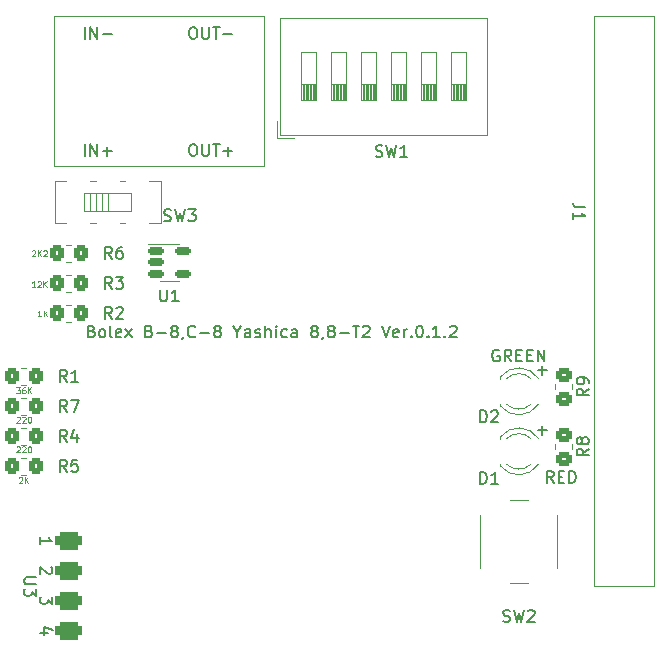
<source format=gbr>
%TF.GenerationSoftware,KiCad,Pcbnew,8.0.3*%
%TF.CreationDate,2024-06-19T13:29:18+09:00*%
%TF.ProjectId,yashica8_ver0.1.2,79617368-6963-4613-985f-766572302e31,rev?*%
%TF.SameCoordinates,Original*%
%TF.FileFunction,Legend,Top*%
%TF.FilePolarity,Positive*%
%FSLAX46Y46*%
G04 Gerber Fmt 4.6, Leading zero omitted, Abs format (unit mm)*
G04 Created by KiCad (PCBNEW 8.0.3) date 2024-06-19 13:29:18*
%MOMM*%
%LPD*%
G01*
G04 APERTURE LIST*
G04 Aperture macros list*
%AMRoundRect*
0 Rectangle with rounded corners*
0 $1 Rounding radius*
0 $2 $3 $4 $5 $6 $7 $8 $9 X,Y pos of 4 corners*
0 Add a 4 corners polygon primitive as box body*
4,1,4,$2,$3,$4,$5,$6,$7,$8,$9,$2,$3,0*
0 Add four circle primitives for the rounded corners*
1,1,$1+$1,$2,$3*
1,1,$1+$1,$4,$5*
1,1,$1+$1,$6,$7*
1,1,$1+$1,$8,$9*
0 Add four rect primitives between the rounded corners*
20,1,$1+$1,$2,$3,$4,$5,0*
20,1,$1+$1,$4,$5,$6,$7,0*
20,1,$1+$1,$6,$7,$8,$9,0*
20,1,$1+$1,$8,$9,$2,$3,0*%
G04 Aperture macros list end*
%ADD10C,0.050000*%
%ADD11C,0.150000*%
%ADD12C,0.120000*%
%ADD13R,1.800000X1.800000*%
%ADD14C,1.800000*%
%ADD15C,2.000000*%
%ADD16RoundRect,0.250000X-0.350000X-0.450000X0.350000X-0.450000X0.350000X0.450000X-0.350000X0.450000X0*%
%ADD17C,1.524000*%
%ADD18RoundRect,0.150000X-0.512500X-0.150000X0.512500X-0.150000X0.512500X0.150000X-0.512500X0.150000X0*%
%ADD19C,2.100000*%
%ADD20R,1.524000X1.524000*%
%ADD21RoundRect,0.250000X-0.450000X0.350000X-0.450000X-0.350000X0.450000X-0.350000X0.450000X0.350000X0*%
%ADD22R,1.600000X1.600000*%
%ADD23O,1.600000X1.600000*%
%ADD24RoundRect,0.381000X-0.762000X-0.381000X0.762000X-0.381000X0.762000X0.381000X-0.762000X0.381000X0*%
%ADD25RoundRect,0.381000X0.762000X0.381000X-0.762000X0.381000X-0.762000X-0.381000X0.762000X-0.381000X0*%
G04 APERTURE END LIST*
D10*
X-16495678Y23663791D02*
X-16186154Y23663791D01*
X-16186154Y23663791D02*
X-16352821Y23473315D01*
X-16352821Y23473315D02*
X-16281392Y23473315D01*
X-16281392Y23473315D02*
X-16233773Y23449505D01*
X-16233773Y23449505D02*
X-16209964Y23425696D01*
X-16209964Y23425696D02*
X-16186154Y23378077D01*
X-16186154Y23378077D02*
X-16186154Y23259029D01*
X-16186154Y23259029D02*
X-16209964Y23211410D01*
X-16209964Y23211410D02*
X-16233773Y23187600D01*
X-16233773Y23187600D02*
X-16281392Y23163791D01*
X-16281392Y23163791D02*
X-16424249Y23163791D01*
X-16424249Y23163791D02*
X-16471868Y23187600D01*
X-16471868Y23187600D02*
X-16495678Y23211410D01*
X-15757583Y23663791D02*
X-15852821Y23663791D01*
X-15852821Y23663791D02*
X-15900440Y23639981D01*
X-15900440Y23639981D02*
X-15924250Y23616172D01*
X-15924250Y23616172D02*
X-15971869Y23544743D01*
X-15971869Y23544743D02*
X-15995678Y23449505D01*
X-15995678Y23449505D02*
X-15995678Y23259029D01*
X-15995678Y23259029D02*
X-15971869Y23211410D01*
X-15971869Y23211410D02*
X-15948059Y23187600D01*
X-15948059Y23187600D02*
X-15900440Y23163791D01*
X-15900440Y23163791D02*
X-15805202Y23163791D01*
X-15805202Y23163791D02*
X-15757583Y23187600D01*
X-15757583Y23187600D02*
X-15733774Y23211410D01*
X-15733774Y23211410D02*
X-15709964Y23259029D01*
X-15709964Y23259029D02*
X-15709964Y23378077D01*
X-15709964Y23378077D02*
X-15733774Y23425696D01*
X-15733774Y23425696D02*
X-15757583Y23449505D01*
X-15757583Y23449505D02*
X-15805202Y23473315D01*
X-15805202Y23473315D02*
X-15900440Y23473315D01*
X-15900440Y23473315D02*
X-15948059Y23449505D01*
X-15948059Y23449505D02*
X-15971869Y23425696D01*
X-15971869Y23425696D02*
X-15995678Y23378077D01*
X-15495679Y23163791D02*
X-15495679Y23663791D01*
X-15209965Y23163791D02*
X-15424250Y23449505D01*
X-15209965Y23663791D02*
X-15495679Y23378077D01*
D11*
X27656779Y25101134D02*
X28418684Y25101134D01*
X28037731Y24720181D02*
X28037731Y25482086D01*
X-10109888Y28418991D02*
X-9967031Y28371372D01*
X-9967031Y28371372D02*
X-9919412Y28323753D01*
X-9919412Y28323753D02*
X-9871793Y28228515D01*
X-9871793Y28228515D02*
X-9871793Y28085658D01*
X-9871793Y28085658D02*
X-9919412Y27990420D01*
X-9919412Y27990420D02*
X-9967031Y27942800D01*
X-9967031Y27942800D02*
X-10062269Y27895181D01*
X-10062269Y27895181D02*
X-10443221Y27895181D01*
X-10443221Y27895181D02*
X-10443221Y28895181D01*
X-10443221Y28895181D02*
X-10109888Y28895181D01*
X-10109888Y28895181D02*
X-10014650Y28847562D01*
X-10014650Y28847562D02*
X-9967031Y28799943D01*
X-9967031Y28799943D02*
X-9919412Y28704705D01*
X-9919412Y28704705D02*
X-9919412Y28609467D01*
X-9919412Y28609467D02*
X-9967031Y28514229D01*
X-9967031Y28514229D02*
X-10014650Y28466610D01*
X-10014650Y28466610D02*
X-10109888Y28418991D01*
X-10109888Y28418991D02*
X-10443221Y28418991D01*
X-9300364Y27895181D02*
X-9395602Y27942800D01*
X-9395602Y27942800D02*
X-9443221Y27990420D01*
X-9443221Y27990420D02*
X-9490840Y28085658D01*
X-9490840Y28085658D02*
X-9490840Y28371372D01*
X-9490840Y28371372D02*
X-9443221Y28466610D01*
X-9443221Y28466610D02*
X-9395602Y28514229D01*
X-9395602Y28514229D02*
X-9300364Y28561848D01*
X-9300364Y28561848D02*
X-9157507Y28561848D01*
X-9157507Y28561848D02*
X-9062269Y28514229D01*
X-9062269Y28514229D02*
X-9014650Y28466610D01*
X-9014650Y28466610D02*
X-8967031Y28371372D01*
X-8967031Y28371372D02*
X-8967031Y28085658D01*
X-8967031Y28085658D02*
X-9014650Y27990420D01*
X-9014650Y27990420D02*
X-9062269Y27942800D01*
X-9062269Y27942800D02*
X-9157507Y27895181D01*
X-9157507Y27895181D02*
X-9300364Y27895181D01*
X-8395602Y27895181D02*
X-8490840Y27942800D01*
X-8490840Y27942800D02*
X-8538459Y28038039D01*
X-8538459Y28038039D02*
X-8538459Y28895181D01*
X-7633697Y27942800D02*
X-7728935Y27895181D01*
X-7728935Y27895181D02*
X-7919411Y27895181D01*
X-7919411Y27895181D02*
X-8014649Y27942800D01*
X-8014649Y27942800D02*
X-8062268Y28038039D01*
X-8062268Y28038039D02*
X-8062268Y28418991D01*
X-8062268Y28418991D02*
X-8014649Y28514229D01*
X-8014649Y28514229D02*
X-7919411Y28561848D01*
X-7919411Y28561848D02*
X-7728935Y28561848D01*
X-7728935Y28561848D02*
X-7633697Y28514229D01*
X-7633697Y28514229D02*
X-7586078Y28418991D01*
X-7586078Y28418991D02*
X-7586078Y28323753D01*
X-7586078Y28323753D02*
X-8062268Y28228515D01*
X-7252744Y27895181D02*
X-6728935Y28561848D01*
X-7252744Y28561848D02*
X-6728935Y27895181D01*
X-5252744Y28418991D02*
X-5109887Y28371372D01*
X-5109887Y28371372D02*
X-5062268Y28323753D01*
X-5062268Y28323753D02*
X-5014649Y28228515D01*
X-5014649Y28228515D02*
X-5014649Y28085658D01*
X-5014649Y28085658D02*
X-5062268Y27990420D01*
X-5062268Y27990420D02*
X-5109887Y27942800D01*
X-5109887Y27942800D02*
X-5205125Y27895181D01*
X-5205125Y27895181D02*
X-5586077Y27895181D01*
X-5586077Y27895181D02*
X-5586077Y28895181D01*
X-5586077Y28895181D02*
X-5252744Y28895181D01*
X-5252744Y28895181D02*
X-5157506Y28847562D01*
X-5157506Y28847562D02*
X-5109887Y28799943D01*
X-5109887Y28799943D02*
X-5062268Y28704705D01*
X-5062268Y28704705D02*
X-5062268Y28609467D01*
X-5062268Y28609467D02*
X-5109887Y28514229D01*
X-5109887Y28514229D02*
X-5157506Y28466610D01*
X-5157506Y28466610D02*
X-5252744Y28418991D01*
X-5252744Y28418991D02*
X-5586077Y28418991D01*
X-4586077Y28276134D02*
X-3824172Y28276134D01*
X-3205125Y28466610D02*
X-3300363Y28514229D01*
X-3300363Y28514229D02*
X-3347982Y28561848D01*
X-3347982Y28561848D02*
X-3395601Y28657086D01*
X-3395601Y28657086D02*
X-3395601Y28704705D01*
X-3395601Y28704705D02*
X-3347982Y28799943D01*
X-3347982Y28799943D02*
X-3300363Y28847562D01*
X-3300363Y28847562D02*
X-3205125Y28895181D01*
X-3205125Y28895181D02*
X-3014649Y28895181D01*
X-3014649Y28895181D02*
X-2919411Y28847562D01*
X-2919411Y28847562D02*
X-2871792Y28799943D01*
X-2871792Y28799943D02*
X-2824173Y28704705D01*
X-2824173Y28704705D02*
X-2824173Y28657086D01*
X-2824173Y28657086D02*
X-2871792Y28561848D01*
X-2871792Y28561848D02*
X-2919411Y28514229D01*
X-2919411Y28514229D02*
X-3014649Y28466610D01*
X-3014649Y28466610D02*
X-3205125Y28466610D01*
X-3205125Y28466610D02*
X-3300363Y28418991D01*
X-3300363Y28418991D02*
X-3347982Y28371372D01*
X-3347982Y28371372D02*
X-3395601Y28276134D01*
X-3395601Y28276134D02*
X-3395601Y28085658D01*
X-3395601Y28085658D02*
X-3347982Y27990420D01*
X-3347982Y27990420D02*
X-3300363Y27942800D01*
X-3300363Y27942800D02*
X-3205125Y27895181D01*
X-3205125Y27895181D02*
X-3014649Y27895181D01*
X-3014649Y27895181D02*
X-2919411Y27942800D01*
X-2919411Y27942800D02*
X-2871792Y27990420D01*
X-2871792Y27990420D02*
X-2824173Y28085658D01*
X-2824173Y28085658D02*
X-2824173Y28276134D01*
X-2824173Y28276134D02*
X-2871792Y28371372D01*
X-2871792Y28371372D02*
X-2919411Y28418991D01*
X-2919411Y28418991D02*
X-3014649Y28466610D01*
X-2347982Y27942800D02*
X-2347982Y27895181D01*
X-2347982Y27895181D02*
X-2395601Y27799943D01*
X-2395601Y27799943D02*
X-2443220Y27752324D01*
X-1347983Y27990420D02*
X-1395602Y27942800D01*
X-1395602Y27942800D02*
X-1538459Y27895181D01*
X-1538459Y27895181D02*
X-1633697Y27895181D01*
X-1633697Y27895181D02*
X-1776554Y27942800D01*
X-1776554Y27942800D02*
X-1871792Y28038039D01*
X-1871792Y28038039D02*
X-1919411Y28133277D01*
X-1919411Y28133277D02*
X-1967030Y28323753D01*
X-1967030Y28323753D02*
X-1967030Y28466610D01*
X-1967030Y28466610D02*
X-1919411Y28657086D01*
X-1919411Y28657086D02*
X-1871792Y28752324D01*
X-1871792Y28752324D02*
X-1776554Y28847562D01*
X-1776554Y28847562D02*
X-1633697Y28895181D01*
X-1633697Y28895181D02*
X-1538459Y28895181D01*
X-1538459Y28895181D02*
X-1395602Y28847562D01*
X-1395602Y28847562D02*
X-1347983Y28799943D01*
X-919411Y28276134D02*
X-157506Y28276134D01*
X461541Y28466610D02*
X366303Y28514229D01*
X366303Y28514229D02*
X318684Y28561848D01*
X318684Y28561848D02*
X271065Y28657086D01*
X271065Y28657086D02*
X271065Y28704705D01*
X271065Y28704705D02*
X318684Y28799943D01*
X318684Y28799943D02*
X366303Y28847562D01*
X366303Y28847562D02*
X461541Y28895181D01*
X461541Y28895181D02*
X652017Y28895181D01*
X652017Y28895181D02*
X747255Y28847562D01*
X747255Y28847562D02*
X794874Y28799943D01*
X794874Y28799943D02*
X842493Y28704705D01*
X842493Y28704705D02*
X842493Y28657086D01*
X842493Y28657086D02*
X794874Y28561848D01*
X794874Y28561848D02*
X747255Y28514229D01*
X747255Y28514229D02*
X652017Y28466610D01*
X652017Y28466610D02*
X461541Y28466610D01*
X461541Y28466610D02*
X366303Y28418991D01*
X366303Y28418991D02*
X318684Y28371372D01*
X318684Y28371372D02*
X271065Y28276134D01*
X271065Y28276134D02*
X271065Y28085658D01*
X271065Y28085658D02*
X318684Y27990420D01*
X318684Y27990420D02*
X366303Y27942800D01*
X366303Y27942800D02*
X461541Y27895181D01*
X461541Y27895181D02*
X652017Y27895181D01*
X652017Y27895181D02*
X747255Y27942800D01*
X747255Y27942800D02*
X794874Y27990420D01*
X794874Y27990420D02*
X842493Y28085658D01*
X842493Y28085658D02*
X842493Y28276134D01*
X842493Y28276134D02*
X794874Y28371372D01*
X794874Y28371372D02*
X747255Y28418991D01*
X747255Y28418991D02*
X652017Y28466610D01*
X2223446Y28371372D02*
X2223446Y27895181D01*
X1890113Y28895181D02*
X2223446Y28371372D01*
X2223446Y28371372D02*
X2556779Y28895181D01*
X3318684Y27895181D02*
X3318684Y28418991D01*
X3318684Y28418991D02*
X3271065Y28514229D01*
X3271065Y28514229D02*
X3175827Y28561848D01*
X3175827Y28561848D02*
X2985351Y28561848D01*
X2985351Y28561848D02*
X2890113Y28514229D01*
X3318684Y27942800D02*
X3223446Y27895181D01*
X3223446Y27895181D02*
X2985351Y27895181D01*
X2985351Y27895181D02*
X2890113Y27942800D01*
X2890113Y27942800D02*
X2842494Y28038039D01*
X2842494Y28038039D02*
X2842494Y28133277D01*
X2842494Y28133277D02*
X2890113Y28228515D01*
X2890113Y28228515D02*
X2985351Y28276134D01*
X2985351Y28276134D02*
X3223446Y28276134D01*
X3223446Y28276134D02*
X3318684Y28323753D01*
X3747256Y27942800D02*
X3842494Y27895181D01*
X3842494Y27895181D02*
X4032970Y27895181D01*
X4032970Y27895181D02*
X4128208Y27942800D01*
X4128208Y27942800D02*
X4175827Y28038039D01*
X4175827Y28038039D02*
X4175827Y28085658D01*
X4175827Y28085658D02*
X4128208Y28180896D01*
X4128208Y28180896D02*
X4032970Y28228515D01*
X4032970Y28228515D02*
X3890113Y28228515D01*
X3890113Y28228515D02*
X3794875Y28276134D01*
X3794875Y28276134D02*
X3747256Y28371372D01*
X3747256Y28371372D02*
X3747256Y28418991D01*
X3747256Y28418991D02*
X3794875Y28514229D01*
X3794875Y28514229D02*
X3890113Y28561848D01*
X3890113Y28561848D02*
X4032970Y28561848D01*
X4032970Y28561848D02*
X4128208Y28514229D01*
X4604399Y27895181D02*
X4604399Y28895181D01*
X5032970Y27895181D02*
X5032970Y28418991D01*
X5032970Y28418991D02*
X4985351Y28514229D01*
X4985351Y28514229D02*
X4890113Y28561848D01*
X4890113Y28561848D02*
X4747256Y28561848D01*
X4747256Y28561848D02*
X4652018Y28514229D01*
X4652018Y28514229D02*
X4604399Y28466610D01*
X5509161Y27895181D02*
X5509161Y28561848D01*
X5509161Y28895181D02*
X5461542Y28847562D01*
X5461542Y28847562D02*
X5509161Y28799943D01*
X5509161Y28799943D02*
X5556780Y28847562D01*
X5556780Y28847562D02*
X5509161Y28895181D01*
X5509161Y28895181D02*
X5509161Y28799943D01*
X6413922Y27942800D02*
X6318684Y27895181D01*
X6318684Y27895181D02*
X6128208Y27895181D01*
X6128208Y27895181D02*
X6032970Y27942800D01*
X6032970Y27942800D02*
X5985351Y27990420D01*
X5985351Y27990420D02*
X5937732Y28085658D01*
X5937732Y28085658D02*
X5937732Y28371372D01*
X5937732Y28371372D02*
X5985351Y28466610D01*
X5985351Y28466610D02*
X6032970Y28514229D01*
X6032970Y28514229D02*
X6128208Y28561848D01*
X6128208Y28561848D02*
X6318684Y28561848D01*
X6318684Y28561848D02*
X6413922Y28514229D01*
X7271065Y27895181D02*
X7271065Y28418991D01*
X7271065Y28418991D02*
X7223446Y28514229D01*
X7223446Y28514229D02*
X7128208Y28561848D01*
X7128208Y28561848D02*
X6937732Y28561848D01*
X6937732Y28561848D02*
X6842494Y28514229D01*
X7271065Y27942800D02*
X7175827Y27895181D01*
X7175827Y27895181D02*
X6937732Y27895181D01*
X6937732Y27895181D02*
X6842494Y27942800D01*
X6842494Y27942800D02*
X6794875Y28038039D01*
X6794875Y28038039D02*
X6794875Y28133277D01*
X6794875Y28133277D02*
X6842494Y28228515D01*
X6842494Y28228515D02*
X6937732Y28276134D01*
X6937732Y28276134D02*
X7175827Y28276134D01*
X7175827Y28276134D02*
X7271065Y28323753D01*
X8652018Y28466610D02*
X8556780Y28514229D01*
X8556780Y28514229D02*
X8509161Y28561848D01*
X8509161Y28561848D02*
X8461542Y28657086D01*
X8461542Y28657086D02*
X8461542Y28704705D01*
X8461542Y28704705D02*
X8509161Y28799943D01*
X8509161Y28799943D02*
X8556780Y28847562D01*
X8556780Y28847562D02*
X8652018Y28895181D01*
X8652018Y28895181D02*
X8842494Y28895181D01*
X8842494Y28895181D02*
X8937732Y28847562D01*
X8937732Y28847562D02*
X8985351Y28799943D01*
X8985351Y28799943D02*
X9032970Y28704705D01*
X9032970Y28704705D02*
X9032970Y28657086D01*
X9032970Y28657086D02*
X8985351Y28561848D01*
X8985351Y28561848D02*
X8937732Y28514229D01*
X8937732Y28514229D02*
X8842494Y28466610D01*
X8842494Y28466610D02*
X8652018Y28466610D01*
X8652018Y28466610D02*
X8556780Y28418991D01*
X8556780Y28418991D02*
X8509161Y28371372D01*
X8509161Y28371372D02*
X8461542Y28276134D01*
X8461542Y28276134D02*
X8461542Y28085658D01*
X8461542Y28085658D02*
X8509161Y27990420D01*
X8509161Y27990420D02*
X8556780Y27942800D01*
X8556780Y27942800D02*
X8652018Y27895181D01*
X8652018Y27895181D02*
X8842494Y27895181D01*
X8842494Y27895181D02*
X8937732Y27942800D01*
X8937732Y27942800D02*
X8985351Y27990420D01*
X8985351Y27990420D02*
X9032970Y28085658D01*
X9032970Y28085658D02*
X9032970Y28276134D01*
X9032970Y28276134D02*
X8985351Y28371372D01*
X8985351Y28371372D02*
X8937732Y28418991D01*
X8937732Y28418991D02*
X8842494Y28466610D01*
X9509161Y27942800D02*
X9509161Y27895181D01*
X9509161Y27895181D02*
X9461542Y27799943D01*
X9461542Y27799943D02*
X9413923Y27752324D01*
X10080589Y28466610D02*
X9985351Y28514229D01*
X9985351Y28514229D02*
X9937732Y28561848D01*
X9937732Y28561848D02*
X9890113Y28657086D01*
X9890113Y28657086D02*
X9890113Y28704705D01*
X9890113Y28704705D02*
X9937732Y28799943D01*
X9937732Y28799943D02*
X9985351Y28847562D01*
X9985351Y28847562D02*
X10080589Y28895181D01*
X10080589Y28895181D02*
X10271065Y28895181D01*
X10271065Y28895181D02*
X10366303Y28847562D01*
X10366303Y28847562D02*
X10413922Y28799943D01*
X10413922Y28799943D02*
X10461541Y28704705D01*
X10461541Y28704705D02*
X10461541Y28657086D01*
X10461541Y28657086D02*
X10413922Y28561848D01*
X10413922Y28561848D02*
X10366303Y28514229D01*
X10366303Y28514229D02*
X10271065Y28466610D01*
X10271065Y28466610D02*
X10080589Y28466610D01*
X10080589Y28466610D02*
X9985351Y28418991D01*
X9985351Y28418991D02*
X9937732Y28371372D01*
X9937732Y28371372D02*
X9890113Y28276134D01*
X9890113Y28276134D02*
X9890113Y28085658D01*
X9890113Y28085658D02*
X9937732Y27990420D01*
X9937732Y27990420D02*
X9985351Y27942800D01*
X9985351Y27942800D02*
X10080589Y27895181D01*
X10080589Y27895181D02*
X10271065Y27895181D01*
X10271065Y27895181D02*
X10366303Y27942800D01*
X10366303Y27942800D02*
X10413922Y27990420D01*
X10413922Y27990420D02*
X10461541Y28085658D01*
X10461541Y28085658D02*
X10461541Y28276134D01*
X10461541Y28276134D02*
X10413922Y28371372D01*
X10413922Y28371372D02*
X10366303Y28418991D01*
X10366303Y28418991D02*
X10271065Y28466610D01*
X10890113Y28276134D02*
X11652018Y28276134D01*
X11985351Y28895181D02*
X12556779Y28895181D01*
X12271065Y27895181D02*
X12271065Y28895181D01*
X12842494Y28799943D02*
X12890113Y28847562D01*
X12890113Y28847562D02*
X12985351Y28895181D01*
X12985351Y28895181D02*
X13223446Y28895181D01*
X13223446Y28895181D02*
X13318684Y28847562D01*
X13318684Y28847562D02*
X13366303Y28799943D01*
X13366303Y28799943D02*
X13413922Y28704705D01*
X13413922Y28704705D02*
X13413922Y28609467D01*
X13413922Y28609467D02*
X13366303Y28466610D01*
X13366303Y28466610D02*
X12794875Y27895181D01*
X12794875Y27895181D02*
X13413922Y27895181D01*
X14461542Y28895181D02*
X14794875Y27895181D01*
X14794875Y27895181D02*
X15128208Y28895181D01*
X15842494Y27942800D02*
X15747256Y27895181D01*
X15747256Y27895181D02*
X15556780Y27895181D01*
X15556780Y27895181D02*
X15461542Y27942800D01*
X15461542Y27942800D02*
X15413923Y28038039D01*
X15413923Y28038039D02*
X15413923Y28418991D01*
X15413923Y28418991D02*
X15461542Y28514229D01*
X15461542Y28514229D02*
X15556780Y28561848D01*
X15556780Y28561848D02*
X15747256Y28561848D01*
X15747256Y28561848D02*
X15842494Y28514229D01*
X15842494Y28514229D02*
X15890113Y28418991D01*
X15890113Y28418991D02*
X15890113Y28323753D01*
X15890113Y28323753D02*
X15413923Y28228515D01*
X16318685Y27895181D02*
X16318685Y28561848D01*
X16318685Y28371372D02*
X16366304Y28466610D01*
X16366304Y28466610D02*
X16413923Y28514229D01*
X16413923Y28514229D02*
X16509161Y28561848D01*
X16509161Y28561848D02*
X16604399Y28561848D01*
X16937733Y27990420D02*
X16985352Y27942800D01*
X16985352Y27942800D02*
X16937733Y27895181D01*
X16937733Y27895181D02*
X16890114Y27942800D01*
X16890114Y27942800D02*
X16937733Y27990420D01*
X16937733Y27990420D02*
X16937733Y27895181D01*
X17604399Y28895181D02*
X17699637Y28895181D01*
X17699637Y28895181D02*
X17794875Y28847562D01*
X17794875Y28847562D02*
X17842494Y28799943D01*
X17842494Y28799943D02*
X17890113Y28704705D01*
X17890113Y28704705D02*
X17937732Y28514229D01*
X17937732Y28514229D02*
X17937732Y28276134D01*
X17937732Y28276134D02*
X17890113Y28085658D01*
X17890113Y28085658D02*
X17842494Y27990420D01*
X17842494Y27990420D02*
X17794875Y27942800D01*
X17794875Y27942800D02*
X17699637Y27895181D01*
X17699637Y27895181D02*
X17604399Y27895181D01*
X17604399Y27895181D02*
X17509161Y27942800D01*
X17509161Y27942800D02*
X17461542Y27990420D01*
X17461542Y27990420D02*
X17413923Y28085658D01*
X17413923Y28085658D02*
X17366304Y28276134D01*
X17366304Y28276134D02*
X17366304Y28514229D01*
X17366304Y28514229D02*
X17413923Y28704705D01*
X17413923Y28704705D02*
X17461542Y28799943D01*
X17461542Y28799943D02*
X17509161Y28847562D01*
X17509161Y28847562D02*
X17604399Y28895181D01*
X18366304Y27990420D02*
X18413923Y27942800D01*
X18413923Y27942800D02*
X18366304Y27895181D01*
X18366304Y27895181D02*
X18318685Y27942800D01*
X18318685Y27942800D02*
X18366304Y27990420D01*
X18366304Y27990420D02*
X18366304Y27895181D01*
X19366303Y27895181D02*
X18794875Y27895181D01*
X19080589Y27895181D02*
X19080589Y28895181D01*
X19080589Y28895181D02*
X18985351Y28752324D01*
X18985351Y28752324D02*
X18890113Y28657086D01*
X18890113Y28657086D02*
X18794875Y28609467D01*
X19794875Y27990420D02*
X19842494Y27942800D01*
X19842494Y27942800D02*
X19794875Y27895181D01*
X19794875Y27895181D02*
X19747256Y27942800D01*
X19747256Y27942800D02*
X19794875Y27990420D01*
X19794875Y27990420D02*
X19794875Y27895181D01*
X20223446Y28799943D02*
X20271065Y28847562D01*
X20271065Y28847562D02*
X20366303Y28895181D01*
X20366303Y28895181D02*
X20604398Y28895181D01*
X20604398Y28895181D02*
X20699636Y28847562D01*
X20699636Y28847562D02*
X20747255Y28799943D01*
X20747255Y28799943D02*
X20794874Y28704705D01*
X20794874Y28704705D02*
X20794874Y28609467D01*
X20794874Y28609467D02*
X20747255Y28466610D01*
X20747255Y28466610D02*
X20175827Y27895181D01*
X20175827Y27895181D02*
X20794874Y27895181D01*
D10*
X-16471868Y18616172D02*
X-16448059Y18639981D01*
X-16448059Y18639981D02*
X-16400440Y18663791D01*
X-16400440Y18663791D02*
X-16281392Y18663791D01*
X-16281392Y18663791D02*
X-16233773Y18639981D01*
X-16233773Y18639981D02*
X-16209964Y18616172D01*
X-16209964Y18616172D02*
X-16186154Y18568553D01*
X-16186154Y18568553D02*
X-16186154Y18520934D01*
X-16186154Y18520934D02*
X-16209964Y18449505D01*
X-16209964Y18449505D02*
X-16495678Y18163791D01*
X-16495678Y18163791D02*
X-16186154Y18163791D01*
X-15995678Y18616172D02*
X-15971869Y18639981D01*
X-15971869Y18639981D02*
X-15924250Y18663791D01*
X-15924250Y18663791D02*
X-15805202Y18663791D01*
X-15805202Y18663791D02*
X-15757583Y18639981D01*
X-15757583Y18639981D02*
X-15733774Y18616172D01*
X-15733774Y18616172D02*
X-15709964Y18568553D01*
X-15709964Y18568553D02*
X-15709964Y18520934D01*
X-15709964Y18520934D02*
X-15733774Y18449505D01*
X-15733774Y18449505D02*
X-16019488Y18163791D01*
X-16019488Y18163791D02*
X-15709964Y18163791D01*
X-15400441Y18663791D02*
X-15352822Y18663791D01*
X-15352822Y18663791D02*
X-15305203Y18639981D01*
X-15305203Y18639981D02*
X-15281393Y18616172D01*
X-15281393Y18616172D02*
X-15257584Y18568553D01*
X-15257584Y18568553D02*
X-15233774Y18473315D01*
X-15233774Y18473315D02*
X-15233774Y18354267D01*
X-15233774Y18354267D02*
X-15257584Y18259029D01*
X-15257584Y18259029D02*
X-15281393Y18211410D01*
X-15281393Y18211410D02*
X-15305203Y18187600D01*
X-15305203Y18187600D02*
X-15352822Y18163791D01*
X-15352822Y18163791D02*
X-15400441Y18163791D01*
X-15400441Y18163791D02*
X-15448060Y18187600D01*
X-15448060Y18187600D02*
X-15471869Y18211410D01*
X-15471869Y18211410D02*
X-15495679Y18259029D01*
X-15495679Y18259029D02*
X-15519488Y18354267D01*
X-15519488Y18354267D02*
X-15519488Y18473315D01*
X-15519488Y18473315D02*
X-15495679Y18568553D01*
X-15495679Y18568553D02*
X-15471869Y18616172D01*
X-15471869Y18616172D02*
X-15448060Y18639981D01*
X-15448060Y18639981D02*
X-15400441Y18663791D01*
D11*
X27656779Y20021134D02*
X28418684Y20021134D01*
X28037731Y19640181D02*
X28037731Y20402086D01*
D10*
X-15171868Y35216172D02*
X-15148059Y35239981D01*
X-15148059Y35239981D02*
X-15100440Y35263791D01*
X-15100440Y35263791D02*
X-14981392Y35263791D01*
X-14981392Y35263791D02*
X-14933773Y35239981D01*
X-14933773Y35239981D02*
X-14909964Y35216172D01*
X-14909964Y35216172D02*
X-14886154Y35168553D01*
X-14886154Y35168553D02*
X-14886154Y35120934D01*
X-14886154Y35120934D02*
X-14909964Y35049505D01*
X-14909964Y35049505D02*
X-15195678Y34763791D01*
X-15195678Y34763791D02*
X-14886154Y34763791D01*
X-14671869Y34763791D02*
X-14671869Y35263791D01*
X-14386155Y34763791D02*
X-14600440Y35049505D01*
X-14386155Y35263791D02*
X-14671869Y34978077D01*
X-14195678Y35216172D02*
X-14171869Y35239981D01*
X-14171869Y35239981D02*
X-14124250Y35263791D01*
X-14124250Y35263791D02*
X-14005202Y35263791D01*
X-14005202Y35263791D02*
X-13957583Y35239981D01*
X-13957583Y35239981D02*
X-13933774Y35216172D01*
X-13933774Y35216172D02*
X-13909964Y35168553D01*
X-13909964Y35168553D02*
X-13909964Y35120934D01*
X-13909964Y35120934D02*
X-13933774Y35049505D01*
X-13933774Y35049505D02*
X-14219488Y34763791D01*
X-14219488Y34763791D02*
X-13909964Y34763791D01*
D11*
X28990207Y15576181D02*
X28656874Y16052372D01*
X28418779Y15576181D02*
X28418779Y16576181D01*
X28418779Y16576181D02*
X28799731Y16576181D01*
X28799731Y16576181D02*
X28894969Y16528562D01*
X28894969Y16528562D02*
X28942588Y16480943D01*
X28942588Y16480943D02*
X28990207Y16385705D01*
X28990207Y16385705D02*
X28990207Y16242848D01*
X28990207Y16242848D02*
X28942588Y16147610D01*
X28942588Y16147610D02*
X28894969Y16099991D01*
X28894969Y16099991D02*
X28799731Y16052372D01*
X28799731Y16052372D02*
X28418779Y16052372D01*
X29418779Y16099991D02*
X29752112Y16099991D01*
X29894969Y15576181D02*
X29418779Y15576181D01*
X29418779Y15576181D02*
X29418779Y16576181D01*
X29418779Y16576181D02*
X29894969Y16576181D01*
X30323541Y15576181D02*
X30323541Y16576181D01*
X30323541Y16576181D02*
X30561636Y16576181D01*
X30561636Y16576181D02*
X30704493Y16528562D01*
X30704493Y16528562D02*
X30799731Y16433324D01*
X30799731Y16433324D02*
X30847350Y16338086D01*
X30847350Y16338086D02*
X30894969Y16147610D01*
X30894969Y16147610D02*
X30894969Y16004753D01*
X30894969Y16004753D02*
X30847350Y15814277D01*
X30847350Y15814277D02*
X30799731Y15719039D01*
X30799731Y15719039D02*
X30704493Y15623800D01*
X30704493Y15623800D02*
X30561636Y15576181D01*
X30561636Y15576181D02*
X30323541Y15576181D01*
X24370588Y26815562D02*
X24275350Y26863181D01*
X24275350Y26863181D02*
X24132493Y26863181D01*
X24132493Y26863181D02*
X23989636Y26815562D01*
X23989636Y26815562D02*
X23894398Y26720324D01*
X23894398Y26720324D02*
X23846779Y26625086D01*
X23846779Y26625086D02*
X23799160Y26434610D01*
X23799160Y26434610D02*
X23799160Y26291753D01*
X23799160Y26291753D02*
X23846779Y26101277D01*
X23846779Y26101277D02*
X23894398Y26006039D01*
X23894398Y26006039D02*
X23989636Y25910800D01*
X23989636Y25910800D02*
X24132493Y25863181D01*
X24132493Y25863181D02*
X24227731Y25863181D01*
X24227731Y25863181D02*
X24370588Y25910800D01*
X24370588Y25910800D02*
X24418207Y25958420D01*
X24418207Y25958420D02*
X24418207Y26291753D01*
X24418207Y26291753D02*
X24227731Y26291753D01*
X25418207Y25863181D02*
X25084874Y26339372D01*
X24846779Y25863181D02*
X24846779Y26863181D01*
X24846779Y26863181D02*
X25227731Y26863181D01*
X25227731Y26863181D02*
X25322969Y26815562D01*
X25322969Y26815562D02*
X25370588Y26767943D01*
X25370588Y26767943D02*
X25418207Y26672705D01*
X25418207Y26672705D02*
X25418207Y26529848D01*
X25418207Y26529848D02*
X25370588Y26434610D01*
X25370588Y26434610D02*
X25322969Y26386991D01*
X25322969Y26386991D02*
X25227731Y26339372D01*
X25227731Y26339372D02*
X24846779Y26339372D01*
X25846779Y26386991D02*
X26180112Y26386991D01*
X26322969Y25863181D02*
X25846779Y25863181D01*
X25846779Y25863181D02*
X25846779Y26863181D01*
X25846779Y26863181D02*
X26322969Y26863181D01*
X26751541Y26386991D02*
X27084874Y26386991D01*
X27227731Y25863181D02*
X26751541Y25863181D01*
X26751541Y25863181D02*
X26751541Y26863181D01*
X26751541Y26863181D02*
X27227731Y26863181D01*
X27656303Y25863181D02*
X27656303Y26863181D01*
X27656303Y26863181D02*
X28227731Y25863181D01*
X28227731Y25863181D02*
X28227731Y26863181D01*
D10*
X-14886154Y32163791D02*
X-15171868Y32163791D01*
X-15029011Y32163791D02*
X-15029011Y32663791D01*
X-15029011Y32663791D02*
X-15076630Y32592362D01*
X-15076630Y32592362D02*
X-15124249Y32544743D01*
X-15124249Y32544743D02*
X-15171868Y32520934D01*
X-14695678Y32616172D02*
X-14671869Y32639981D01*
X-14671869Y32639981D02*
X-14624250Y32663791D01*
X-14624250Y32663791D02*
X-14505202Y32663791D01*
X-14505202Y32663791D02*
X-14457583Y32639981D01*
X-14457583Y32639981D02*
X-14433774Y32616172D01*
X-14433774Y32616172D02*
X-14409964Y32568553D01*
X-14409964Y32568553D02*
X-14409964Y32520934D01*
X-14409964Y32520934D02*
X-14433774Y32449505D01*
X-14433774Y32449505D02*
X-14719488Y32163791D01*
X-14719488Y32163791D02*
X-14409964Y32163791D01*
X-14195679Y32163791D02*
X-14195679Y32663791D01*
X-13909965Y32163791D02*
X-14124250Y32449505D01*
X-13909965Y32663791D02*
X-14195679Y32378077D01*
X-16271868Y16016172D02*
X-16248059Y16039981D01*
X-16248059Y16039981D02*
X-16200440Y16063791D01*
X-16200440Y16063791D02*
X-16081392Y16063791D01*
X-16081392Y16063791D02*
X-16033773Y16039981D01*
X-16033773Y16039981D02*
X-16009964Y16016172D01*
X-16009964Y16016172D02*
X-15986154Y15968553D01*
X-15986154Y15968553D02*
X-15986154Y15920934D01*
X-15986154Y15920934D02*
X-16009964Y15849505D01*
X-16009964Y15849505D02*
X-16295678Y15563791D01*
X-16295678Y15563791D02*
X-15986154Y15563791D01*
X-15771869Y15563791D02*
X-15771869Y16063791D01*
X-15486155Y15563791D02*
X-15700440Y15849505D01*
X-15486155Y16063791D02*
X-15771869Y15778077D01*
X-14386154Y29663791D02*
X-14671868Y29663791D01*
X-14529011Y29663791D02*
X-14529011Y30163791D01*
X-14529011Y30163791D02*
X-14576630Y30092362D01*
X-14576630Y30092362D02*
X-14624249Y30044743D01*
X-14624249Y30044743D02*
X-14671868Y30020934D01*
X-14171869Y29663791D02*
X-14171869Y30163791D01*
X-13886155Y29663791D02*
X-14100440Y29949505D01*
X-13886155Y30163791D02*
X-14171869Y29878077D01*
X-16471868Y21116172D02*
X-16448059Y21139981D01*
X-16448059Y21139981D02*
X-16400440Y21163791D01*
X-16400440Y21163791D02*
X-16281392Y21163791D01*
X-16281392Y21163791D02*
X-16233773Y21139981D01*
X-16233773Y21139981D02*
X-16209964Y21116172D01*
X-16209964Y21116172D02*
X-16186154Y21068553D01*
X-16186154Y21068553D02*
X-16186154Y21020934D01*
X-16186154Y21020934D02*
X-16209964Y20949505D01*
X-16209964Y20949505D02*
X-16495678Y20663791D01*
X-16495678Y20663791D02*
X-16186154Y20663791D01*
X-15995678Y21116172D02*
X-15971869Y21139981D01*
X-15971869Y21139981D02*
X-15924250Y21163791D01*
X-15924250Y21163791D02*
X-15805202Y21163791D01*
X-15805202Y21163791D02*
X-15757583Y21139981D01*
X-15757583Y21139981D02*
X-15733774Y21116172D01*
X-15733774Y21116172D02*
X-15709964Y21068553D01*
X-15709964Y21068553D02*
X-15709964Y21020934D01*
X-15709964Y21020934D02*
X-15733774Y20949505D01*
X-15733774Y20949505D02*
X-16019488Y20663791D01*
X-16019488Y20663791D02*
X-15709964Y20663791D01*
X-15400441Y21163791D02*
X-15352822Y21163791D01*
X-15352822Y21163791D02*
X-15305203Y21139981D01*
X-15305203Y21139981D02*
X-15281393Y21116172D01*
X-15281393Y21116172D02*
X-15257584Y21068553D01*
X-15257584Y21068553D02*
X-15233774Y20973315D01*
X-15233774Y20973315D02*
X-15233774Y20854267D01*
X-15233774Y20854267D02*
X-15257584Y20759029D01*
X-15257584Y20759029D02*
X-15281393Y20711410D01*
X-15281393Y20711410D02*
X-15305203Y20687600D01*
X-15305203Y20687600D02*
X-15352822Y20663791D01*
X-15352822Y20663791D02*
X-15400441Y20663791D01*
X-15400441Y20663791D02*
X-15448060Y20687600D01*
X-15448060Y20687600D02*
X-15471869Y20711410D01*
X-15471869Y20711410D02*
X-15495679Y20759029D01*
X-15495679Y20759029D02*
X-15519488Y20854267D01*
X-15519488Y20854267D02*
X-15519488Y20973315D01*
X-15519488Y20973315D02*
X-15495679Y21068553D01*
X-15495679Y21068553D02*
X-15471869Y21116172D01*
X-15471869Y21116172D02*
X-15448060Y21139981D01*
X-15448060Y21139981D02*
X-15400441Y21163791D01*
D11*
X22771905Y20706181D02*
X22771905Y21706181D01*
X22771905Y21706181D02*
X23010000Y21706181D01*
X23010000Y21706181D02*
X23152857Y21658562D01*
X23152857Y21658562D02*
X23248095Y21563324D01*
X23248095Y21563324D02*
X23295714Y21468086D01*
X23295714Y21468086D02*
X23343333Y21277610D01*
X23343333Y21277610D02*
X23343333Y21134753D01*
X23343333Y21134753D02*
X23295714Y20944277D01*
X23295714Y20944277D02*
X23248095Y20849039D01*
X23248095Y20849039D02*
X23152857Y20753800D01*
X23152857Y20753800D02*
X23010000Y20706181D01*
X23010000Y20706181D02*
X22771905Y20706181D01*
X23724286Y21610943D02*
X23771905Y21658562D01*
X23771905Y21658562D02*
X23867143Y21706181D01*
X23867143Y21706181D02*
X24105238Y21706181D01*
X24105238Y21706181D02*
X24200476Y21658562D01*
X24200476Y21658562D02*
X24248095Y21610943D01*
X24248095Y21610943D02*
X24295714Y21515705D01*
X24295714Y21515705D02*
X24295714Y21420467D01*
X24295714Y21420467D02*
X24248095Y21277610D01*
X24248095Y21277610D02*
X23676667Y20706181D01*
X23676667Y20706181D02*
X24295714Y20706181D01*
X24716667Y3862800D02*
X24859524Y3815181D01*
X24859524Y3815181D02*
X25097619Y3815181D01*
X25097619Y3815181D02*
X25192857Y3862800D01*
X25192857Y3862800D02*
X25240476Y3910420D01*
X25240476Y3910420D02*
X25288095Y4005658D01*
X25288095Y4005658D02*
X25288095Y4100896D01*
X25288095Y4100896D02*
X25240476Y4196134D01*
X25240476Y4196134D02*
X25192857Y4243753D01*
X25192857Y4243753D02*
X25097619Y4291372D01*
X25097619Y4291372D02*
X24907143Y4338991D01*
X24907143Y4338991D02*
X24811905Y4386610D01*
X24811905Y4386610D02*
X24764286Y4434229D01*
X24764286Y4434229D02*
X24716667Y4529467D01*
X24716667Y4529467D02*
X24716667Y4624705D01*
X24716667Y4624705D02*
X24764286Y4719943D01*
X24764286Y4719943D02*
X24811905Y4767562D01*
X24811905Y4767562D02*
X24907143Y4815181D01*
X24907143Y4815181D02*
X25145238Y4815181D01*
X25145238Y4815181D02*
X25288095Y4767562D01*
X25621429Y4815181D02*
X25859524Y3815181D01*
X25859524Y3815181D02*
X26050000Y4529467D01*
X26050000Y4529467D02*
X26240476Y3815181D01*
X26240476Y3815181D02*
X26478572Y4815181D01*
X26811905Y4719943D02*
X26859524Y4767562D01*
X26859524Y4767562D02*
X26954762Y4815181D01*
X26954762Y4815181D02*
X27192857Y4815181D01*
X27192857Y4815181D02*
X27288095Y4767562D01*
X27288095Y4767562D02*
X27335714Y4719943D01*
X27335714Y4719943D02*
X27383333Y4624705D01*
X27383333Y4624705D02*
X27383333Y4529467D01*
X27383333Y4529467D02*
X27335714Y4386610D01*
X27335714Y4386610D02*
X26764286Y3815181D01*
X26764286Y3815181D02*
X27383333Y3815181D01*
X-12216667Y16515181D02*
X-12550000Y16991372D01*
X-12788095Y16515181D02*
X-12788095Y17515181D01*
X-12788095Y17515181D02*
X-12407143Y17515181D01*
X-12407143Y17515181D02*
X-12311905Y17467562D01*
X-12311905Y17467562D02*
X-12264286Y17419943D01*
X-12264286Y17419943D02*
X-12216667Y17324705D01*
X-12216667Y17324705D02*
X-12216667Y17181848D01*
X-12216667Y17181848D02*
X-12264286Y17086610D01*
X-12264286Y17086610D02*
X-12311905Y17038991D01*
X-12311905Y17038991D02*
X-12407143Y16991372D01*
X-12407143Y16991372D02*
X-12788095Y16991372D01*
X-11311905Y17515181D02*
X-11788095Y17515181D01*
X-11788095Y17515181D02*
X-11835714Y17038991D01*
X-11835714Y17038991D02*
X-11788095Y17086610D01*
X-11788095Y17086610D02*
X-11692857Y17134229D01*
X-11692857Y17134229D02*
X-11454762Y17134229D01*
X-11454762Y17134229D02*
X-11359524Y17086610D01*
X-11359524Y17086610D02*
X-11311905Y17038991D01*
X-11311905Y17038991D02*
X-11264286Y16943753D01*
X-11264286Y16943753D02*
X-11264286Y16705658D01*
X-11264286Y16705658D02*
X-11311905Y16610420D01*
X-11311905Y16610420D02*
X-11359524Y16562800D01*
X-11359524Y16562800D02*
X-11454762Y16515181D01*
X-11454762Y16515181D02*
X-11692857Y16515181D01*
X-11692857Y16515181D02*
X-11788095Y16562800D01*
X-11788095Y16562800D02*
X-11835714Y16610420D01*
X-12216667Y21595181D02*
X-12550000Y22071372D01*
X-12788095Y21595181D02*
X-12788095Y22595181D01*
X-12788095Y22595181D02*
X-12407143Y22595181D01*
X-12407143Y22595181D02*
X-12311905Y22547562D01*
X-12311905Y22547562D02*
X-12264286Y22499943D01*
X-12264286Y22499943D02*
X-12216667Y22404705D01*
X-12216667Y22404705D02*
X-12216667Y22261848D01*
X-12216667Y22261848D02*
X-12264286Y22166610D01*
X-12264286Y22166610D02*
X-12311905Y22118991D01*
X-12311905Y22118991D02*
X-12407143Y22071372D01*
X-12407143Y22071372D02*
X-12788095Y22071372D01*
X-11883333Y22595181D02*
X-11216667Y22595181D01*
X-11216667Y22595181D02*
X-11645238Y21595181D01*
X-3985333Y37771800D02*
X-3842476Y37724181D01*
X-3842476Y37724181D02*
X-3604381Y37724181D01*
X-3604381Y37724181D02*
X-3509143Y37771800D01*
X-3509143Y37771800D02*
X-3461524Y37819420D01*
X-3461524Y37819420D02*
X-3413905Y37914658D01*
X-3413905Y37914658D02*
X-3413905Y38009896D01*
X-3413905Y38009896D02*
X-3461524Y38105134D01*
X-3461524Y38105134D02*
X-3509143Y38152753D01*
X-3509143Y38152753D02*
X-3604381Y38200372D01*
X-3604381Y38200372D02*
X-3794857Y38247991D01*
X-3794857Y38247991D02*
X-3890095Y38295610D01*
X-3890095Y38295610D02*
X-3937714Y38343229D01*
X-3937714Y38343229D02*
X-3985333Y38438467D01*
X-3985333Y38438467D02*
X-3985333Y38533705D01*
X-3985333Y38533705D02*
X-3937714Y38628943D01*
X-3937714Y38628943D02*
X-3890095Y38676562D01*
X-3890095Y38676562D02*
X-3794857Y38724181D01*
X-3794857Y38724181D02*
X-3556762Y38724181D01*
X-3556762Y38724181D02*
X-3413905Y38676562D01*
X-3080571Y38724181D02*
X-2842476Y37724181D01*
X-2842476Y37724181D02*
X-2652000Y38438467D01*
X-2652000Y38438467D02*
X-2461524Y37724181D01*
X-2461524Y37724181D02*
X-2223428Y38724181D01*
X-1937714Y38724181D02*
X-1318667Y38724181D01*
X-1318667Y38724181D02*
X-1652000Y38343229D01*
X-1652000Y38343229D02*
X-1509143Y38343229D01*
X-1509143Y38343229D02*
X-1413905Y38295610D01*
X-1413905Y38295610D02*
X-1366286Y38247991D01*
X-1366286Y38247991D02*
X-1318667Y38152753D01*
X-1318667Y38152753D02*
X-1318667Y37914658D01*
X-1318667Y37914658D02*
X-1366286Y37819420D01*
X-1366286Y37819420D02*
X-1413905Y37771800D01*
X-1413905Y37771800D02*
X-1509143Y37724181D01*
X-1509143Y37724181D02*
X-1794857Y37724181D01*
X-1794857Y37724181D02*
X-1890095Y37771800D01*
X-1890095Y37771800D02*
X-1937714Y37819420D01*
X-4308405Y31932181D02*
X-4308405Y31122658D01*
X-4308405Y31122658D02*
X-4260786Y31027420D01*
X-4260786Y31027420D02*
X-4213167Y30979800D01*
X-4213167Y30979800D02*
X-4117929Y30932181D01*
X-4117929Y30932181D02*
X-3927453Y30932181D01*
X-3927453Y30932181D02*
X-3832215Y30979800D01*
X-3832215Y30979800D02*
X-3784596Y31027420D01*
X-3784596Y31027420D02*
X-3736977Y31122658D01*
X-3736977Y31122658D02*
X-3736977Y31932181D01*
X-2736977Y30932181D02*
X-3308405Y30932181D01*
X-3022691Y30932181D02*
X-3022691Y31932181D01*
X-3022691Y31932181D02*
X-3117929Y31789324D01*
X-3117929Y31789324D02*
X-3213167Y31694086D01*
X-3213167Y31694086D02*
X-3308405Y31646467D01*
X31675180Y38893334D02*
X30960895Y38893334D01*
X30960895Y38893334D02*
X30818038Y38940953D01*
X30818038Y38940953D02*
X30722800Y39036191D01*
X30722800Y39036191D02*
X30675180Y39179048D01*
X30675180Y39179048D02*
X30675180Y39274286D01*
X30675180Y37893334D02*
X30675180Y38464762D01*
X30675180Y38179048D02*
X31675180Y38179048D01*
X31675180Y38179048D02*
X31532323Y38274286D01*
X31532323Y38274286D02*
X31437085Y38369524D01*
X31437085Y38369524D02*
X31389466Y38464762D01*
X-8406667Y29469181D02*
X-8740000Y29945372D01*
X-8978095Y29469181D02*
X-8978095Y30469181D01*
X-8978095Y30469181D02*
X-8597143Y30469181D01*
X-8597143Y30469181D02*
X-8501905Y30421562D01*
X-8501905Y30421562D02*
X-8454286Y30373943D01*
X-8454286Y30373943D02*
X-8406667Y30278705D01*
X-8406667Y30278705D02*
X-8406667Y30135848D01*
X-8406667Y30135848D02*
X-8454286Y30040610D01*
X-8454286Y30040610D02*
X-8501905Y29992991D01*
X-8501905Y29992991D02*
X-8597143Y29945372D01*
X-8597143Y29945372D02*
X-8978095Y29945372D01*
X-8025714Y30373943D02*
X-7978095Y30421562D01*
X-7978095Y30421562D02*
X-7882857Y30469181D01*
X-7882857Y30469181D02*
X-7644762Y30469181D01*
X-7644762Y30469181D02*
X-7549524Y30421562D01*
X-7549524Y30421562D02*
X-7501905Y30373943D01*
X-7501905Y30373943D02*
X-7454286Y30278705D01*
X-7454286Y30278705D02*
X-7454286Y30183467D01*
X-7454286Y30183467D02*
X-7501905Y30040610D01*
X-7501905Y30040610D02*
X-8073333Y29469181D01*
X-8073333Y29469181D02*
X-7454286Y29469181D01*
X-1616745Y44262181D02*
X-1426269Y44262181D01*
X-1426269Y44262181D02*
X-1331031Y44214562D01*
X-1331031Y44214562D02*
X-1235793Y44119324D01*
X-1235793Y44119324D02*
X-1188174Y43928848D01*
X-1188174Y43928848D02*
X-1188174Y43595515D01*
X-1188174Y43595515D02*
X-1235793Y43405039D01*
X-1235793Y43405039D02*
X-1331031Y43309800D01*
X-1331031Y43309800D02*
X-1426269Y43262181D01*
X-1426269Y43262181D02*
X-1616745Y43262181D01*
X-1616745Y43262181D02*
X-1711983Y43309800D01*
X-1711983Y43309800D02*
X-1807221Y43405039D01*
X-1807221Y43405039D02*
X-1854840Y43595515D01*
X-1854840Y43595515D02*
X-1854840Y43928848D01*
X-1854840Y43928848D02*
X-1807221Y44119324D01*
X-1807221Y44119324D02*
X-1711983Y44214562D01*
X-1711983Y44214562D02*
X-1616745Y44262181D01*
X-759602Y44262181D02*
X-759602Y43452658D01*
X-759602Y43452658D02*
X-711983Y43357420D01*
X-711983Y43357420D02*
X-664364Y43309800D01*
X-664364Y43309800D02*
X-569126Y43262181D01*
X-569126Y43262181D02*
X-378650Y43262181D01*
X-378650Y43262181D02*
X-283412Y43309800D01*
X-283412Y43309800D02*
X-235793Y43357420D01*
X-235793Y43357420D02*
X-188174Y43452658D01*
X-188174Y43452658D02*
X-188174Y44262181D01*
X145160Y44262181D02*
X716588Y44262181D01*
X430874Y43262181D02*
X430874Y44262181D01*
X1049922Y43643134D02*
X1811827Y43643134D01*
X1430874Y43262181D02*
X1430874Y44024086D01*
X-10697221Y53168181D02*
X-10697221Y54168181D01*
X-10221031Y53168181D02*
X-10221031Y54168181D01*
X-10221031Y54168181D02*
X-9649603Y53168181D01*
X-9649603Y53168181D02*
X-9649603Y54168181D01*
X-9173412Y53549134D02*
X-8411507Y53549134D01*
X-10697221Y43262181D02*
X-10697221Y44262181D01*
X-10221031Y43262181D02*
X-10221031Y44262181D01*
X-10221031Y44262181D02*
X-9649603Y43262181D01*
X-9649603Y43262181D02*
X-9649603Y44262181D01*
X-9173412Y43643134D02*
X-8411507Y43643134D01*
X-8792460Y43262181D02*
X-8792460Y44024086D01*
X-1616745Y54168181D02*
X-1426269Y54168181D01*
X-1426269Y54168181D02*
X-1331031Y54120562D01*
X-1331031Y54120562D02*
X-1235793Y54025324D01*
X-1235793Y54025324D02*
X-1188174Y53834848D01*
X-1188174Y53834848D02*
X-1188174Y53501515D01*
X-1188174Y53501515D02*
X-1235793Y53311039D01*
X-1235793Y53311039D02*
X-1331031Y53215800D01*
X-1331031Y53215800D02*
X-1426269Y53168181D01*
X-1426269Y53168181D02*
X-1616745Y53168181D01*
X-1616745Y53168181D02*
X-1711983Y53215800D01*
X-1711983Y53215800D02*
X-1807221Y53311039D01*
X-1807221Y53311039D02*
X-1854840Y53501515D01*
X-1854840Y53501515D02*
X-1854840Y53834848D01*
X-1854840Y53834848D02*
X-1807221Y54025324D01*
X-1807221Y54025324D02*
X-1711983Y54120562D01*
X-1711983Y54120562D02*
X-1616745Y54168181D01*
X-759602Y54168181D02*
X-759602Y53358658D01*
X-759602Y53358658D02*
X-711983Y53263420D01*
X-711983Y53263420D02*
X-664364Y53215800D01*
X-664364Y53215800D02*
X-569126Y53168181D01*
X-569126Y53168181D02*
X-378650Y53168181D01*
X-378650Y53168181D02*
X-283412Y53215800D01*
X-283412Y53215800D02*
X-235793Y53263420D01*
X-235793Y53263420D02*
X-188174Y53358658D01*
X-188174Y53358658D02*
X-188174Y54168181D01*
X145160Y54168181D02*
X716588Y54168181D01*
X430874Y53168181D02*
X430874Y54168181D01*
X1049922Y53549134D02*
X1811827Y53549134D01*
X22771905Y15499181D02*
X22771905Y16499181D01*
X22771905Y16499181D02*
X23010000Y16499181D01*
X23010000Y16499181D02*
X23152857Y16451562D01*
X23152857Y16451562D02*
X23248095Y16356324D01*
X23248095Y16356324D02*
X23295714Y16261086D01*
X23295714Y16261086D02*
X23343333Y16070610D01*
X23343333Y16070610D02*
X23343333Y15927753D01*
X23343333Y15927753D02*
X23295714Y15737277D01*
X23295714Y15737277D02*
X23248095Y15642039D01*
X23248095Y15642039D02*
X23152857Y15546800D01*
X23152857Y15546800D02*
X23010000Y15499181D01*
X23010000Y15499181D02*
X22771905Y15499181D01*
X24295714Y15499181D02*
X23724286Y15499181D01*
X24010000Y15499181D02*
X24010000Y16499181D01*
X24010000Y16499181D02*
X23914762Y16356324D01*
X23914762Y16356324D02*
X23819524Y16261086D01*
X23819524Y16261086D02*
X23724286Y16213467D01*
X-12216667Y24135181D02*
X-12550000Y24611372D01*
X-12788095Y24135181D02*
X-12788095Y25135181D01*
X-12788095Y25135181D02*
X-12407143Y25135181D01*
X-12407143Y25135181D02*
X-12311905Y25087562D01*
X-12311905Y25087562D02*
X-12264286Y25039943D01*
X-12264286Y25039943D02*
X-12216667Y24944705D01*
X-12216667Y24944705D02*
X-12216667Y24801848D01*
X-12216667Y24801848D02*
X-12264286Y24706610D01*
X-12264286Y24706610D02*
X-12311905Y24658991D01*
X-12311905Y24658991D02*
X-12407143Y24611372D01*
X-12407143Y24611372D02*
X-12788095Y24611372D01*
X-11264286Y24135181D02*
X-11835714Y24135181D01*
X-11550000Y24135181D02*
X-11550000Y25135181D01*
X-11550000Y25135181D02*
X-11645238Y24992324D01*
X-11645238Y24992324D02*
X-11740476Y24897086D01*
X-11740476Y24897086D02*
X-11835714Y24849467D01*
X31964819Y18470334D02*
X31488628Y18137001D01*
X31964819Y17898906D02*
X30964819Y17898906D01*
X30964819Y17898906D02*
X30964819Y18279858D01*
X30964819Y18279858D02*
X31012438Y18375096D01*
X31012438Y18375096D02*
X31060057Y18422715D01*
X31060057Y18422715D02*
X31155295Y18470334D01*
X31155295Y18470334D02*
X31298152Y18470334D01*
X31298152Y18470334D02*
X31393390Y18422715D01*
X31393390Y18422715D02*
X31441009Y18375096D01*
X31441009Y18375096D02*
X31488628Y18279858D01*
X31488628Y18279858D02*
X31488628Y17898906D01*
X31393390Y19041763D02*
X31345771Y18946525D01*
X31345771Y18946525D02*
X31298152Y18898906D01*
X31298152Y18898906D02*
X31202914Y18851287D01*
X31202914Y18851287D02*
X31155295Y18851287D01*
X31155295Y18851287D02*
X31060057Y18898906D01*
X31060057Y18898906D02*
X31012438Y18946525D01*
X31012438Y18946525D02*
X30964819Y19041763D01*
X30964819Y19041763D02*
X30964819Y19232239D01*
X30964819Y19232239D02*
X31012438Y19327477D01*
X31012438Y19327477D02*
X31060057Y19375096D01*
X31060057Y19375096D02*
X31155295Y19422715D01*
X31155295Y19422715D02*
X31202914Y19422715D01*
X31202914Y19422715D02*
X31298152Y19375096D01*
X31298152Y19375096D02*
X31345771Y19327477D01*
X31345771Y19327477D02*
X31393390Y19232239D01*
X31393390Y19232239D02*
X31393390Y19041763D01*
X31393390Y19041763D02*
X31441009Y18946525D01*
X31441009Y18946525D02*
X31488628Y18898906D01*
X31488628Y18898906D02*
X31583866Y18851287D01*
X31583866Y18851287D02*
X31774342Y18851287D01*
X31774342Y18851287D02*
X31869580Y18898906D01*
X31869580Y18898906D02*
X31917200Y18946525D01*
X31917200Y18946525D02*
X31964819Y19041763D01*
X31964819Y19041763D02*
X31964819Y19232239D01*
X31964819Y19232239D02*
X31917200Y19327477D01*
X31917200Y19327477D02*
X31869580Y19375096D01*
X31869580Y19375096D02*
X31774342Y19422715D01*
X31774342Y19422715D02*
X31583866Y19422715D01*
X31583866Y19422715D02*
X31488628Y19375096D01*
X31488628Y19375096D02*
X31441009Y19327477D01*
X31441009Y19327477D02*
X31393390Y19232239D01*
X13921667Y43232800D02*
X14064524Y43185181D01*
X14064524Y43185181D02*
X14302619Y43185181D01*
X14302619Y43185181D02*
X14397857Y43232800D01*
X14397857Y43232800D02*
X14445476Y43280420D01*
X14445476Y43280420D02*
X14493095Y43375658D01*
X14493095Y43375658D02*
X14493095Y43470896D01*
X14493095Y43470896D02*
X14445476Y43566134D01*
X14445476Y43566134D02*
X14397857Y43613753D01*
X14397857Y43613753D02*
X14302619Y43661372D01*
X14302619Y43661372D02*
X14112143Y43708991D01*
X14112143Y43708991D02*
X14016905Y43756610D01*
X14016905Y43756610D02*
X13969286Y43804229D01*
X13969286Y43804229D02*
X13921667Y43899467D01*
X13921667Y43899467D02*
X13921667Y43994705D01*
X13921667Y43994705D02*
X13969286Y44089943D01*
X13969286Y44089943D02*
X14016905Y44137562D01*
X14016905Y44137562D02*
X14112143Y44185181D01*
X14112143Y44185181D02*
X14350238Y44185181D01*
X14350238Y44185181D02*
X14493095Y44137562D01*
X14826429Y44185181D02*
X15064524Y43185181D01*
X15064524Y43185181D02*
X15255000Y43899467D01*
X15255000Y43899467D02*
X15445476Y43185181D01*
X15445476Y43185181D02*
X15683572Y44185181D01*
X16588333Y43185181D02*
X16016905Y43185181D01*
X16302619Y43185181D02*
X16302619Y44185181D01*
X16302619Y44185181D02*
X16207381Y44042324D01*
X16207381Y44042324D02*
X16112143Y43947086D01*
X16112143Y43947086D02*
X16016905Y43899467D01*
X-12216667Y19055181D02*
X-12550000Y19531372D01*
X-12788095Y19055181D02*
X-12788095Y20055181D01*
X-12788095Y20055181D02*
X-12407143Y20055181D01*
X-12407143Y20055181D02*
X-12311905Y20007562D01*
X-12311905Y20007562D02*
X-12264286Y19959943D01*
X-12264286Y19959943D02*
X-12216667Y19864705D01*
X-12216667Y19864705D02*
X-12216667Y19721848D01*
X-12216667Y19721848D02*
X-12264286Y19626610D01*
X-12264286Y19626610D02*
X-12311905Y19578991D01*
X-12311905Y19578991D02*
X-12407143Y19531372D01*
X-12407143Y19531372D02*
X-12788095Y19531372D01*
X-11359524Y19721848D02*
X-11359524Y19055181D01*
X-11597619Y20102800D02*
X-11835714Y19388515D01*
X-11835714Y19388515D02*
X-11216667Y19388515D01*
X-8406667Y34549181D02*
X-8740000Y35025372D01*
X-8978095Y34549181D02*
X-8978095Y35549181D01*
X-8978095Y35549181D02*
X-8597143Y35549181D01*
X-8597143Y35549181D02*
X-8501905Y35501562D01*
X-8501905Y35501562D02*
X-8454286Y35453943D01*
X-8454286Y35453943D02*
X-8406667Y35358705D01*
X-8406667Y35358705D02*
X-8406667Y35215848D01*
X-8406667Y35215848D02*
X-8454286Y35120610D01*
X-8454286Y35120610D02*
X-8501905Y35072991D01*
X-8501905Y35072991D02*
X-8597143Y35025372D01*
X-8597143Y35025372D02*
X-8978095Y35025372D01*
X-7549524Y35549181D02*
X-7740000Y35549181D01*
X-7740000Y35549181D02*
X-7835238Y35501562D01*
X-7835238Y35501562D02*
X-7882857Y35453943D01*
X-7882857Y35453943D02*
X-7978095Y35311086D01*
X-7978095Y35311086D02*
X-8025714Y35120610D01*
X-8025714Y35120610D02*
X-8025714Y34739658D01*
X-8025714Y34739658D02*
X-7978095Y34644420D01*
X-7978095Y34644420D02*
X-7930476Y34596800D01*
X-7930476Y34596800D02*
X-7835238Y34549181D01*
X-7835238Y34549181D02*
X-7644762Y34549181D01*
X-7644762Y34549181D02*
X-7549524Y34596800D01*
X-7549524Y34596800D02*
X-7501905Y34644420D01*
X-7501905Y34644420D02*
X-7454286Y34739658D01*
X-7454286Y34739658D02*
X-7454286Y34977753D01*
X-7454286Y34977753D02*
X-7501905Y35072991D01*
X-7501905Y35072991D02*
X-7549524Y35120610D01*
X-7549524Y35120610D02*
X-7644762Y35168229D01*
X-7644762Y35168229D02*
X-7835238Y35168229D01*
X-7835238Y35168229D02*
X-7930476Y35120610D01*
X-7930476Y35120610D02*
X-7978095Y35072991D01*
X-7978095Y35072991D02*
X-8025714Y34977753D01*
X-14814820Y7571905D02*
X-15624343Y7571905D01*
X-15624343Y7571905D02*
X-15719581Y7524286D01*
X-15719581Y7524286D02*
X-15767200Y7476667D01*
X-15767200Y7476667D02*
X-15814820Y7381429D01*
X-15814820Y7381429D02*
X-15814820Y7190953D01*
X-15814820Y7190953D02*
X-15767200Y7095715D01*
X-15767200Y7095715D02*
X-15719581Y7048096D01*
X-15719581Y7048096D02*
X-15624343Y7000477D01*
X-15624343Y7000477D02*
X-14814820Y7000477D01*
X-14814820Y6619524D02*
X-14814820Y6000477D01*
X-14814820Y6000477D02*
X-15195772Y6333810D01*
X-15195772Y6333810D02*
X-15195772Y6190953D01*
X-15195772Y6190953D02*
X-15243391Y6095715D01*
X-15243391Y6095715D02*
X-15291010Y6048096D01*
X-15291010Y6048096D02*
X-15386248Y6000477D01*
X-15386248Y6000477D02*
X-15624343Y6000477D01*
X-15624343Y6000477D02*
X-15719581Y6048096D01*
X-15719581Y6048096D02*
X-15767200Y6095715D01*
X-15767200Y6095715D02*
X-15814820Y6190953D01*
X-15814820Y6190953D02*
X-15814820Y6476667D01*
X-15814820Y6476667D02*
X-15767200Y6571905D01*
X-15767200Y6571905D02*
X-15719581Y6619524D01*
X-14459820Y10394412D02*
X-14459820Y10965840D01*
X-14459820Y10680126D02*
X-13459820Y10680126D01*
X-13459820Y10680126D02*
X-13602677Y10775364D01*
X-13602677Y10775364D02*
X-13697915Y10870602D01*
X-13697915Y10870602D02*
X-13745534Y10965840D01*
X-13793153Y2869650D02*
X-14459820Y2869650D01*
X-13412200Y3107745D02*
X-14126486Y3345840D01*
X-14126486Y3345840D02*
X-14126486Y2726793D01*
X-13459820Y5933459D02*
X-13459820Y5314412D01*
X-13459820Y5314412D02*
X-13840772Y5647745D01*
X-13840772Y5647745D02*
X-13840772Y5504888D01*
X-13840772Y5504888D02*
X-13888391Y5409650D01*
X-13888391Y5409650D02*
X-13936010Y5362031D01*
X-13936010Y5362031D02*
X-14031248Y5314412D01*
X-14031248Y5314412D02*
X-14269343Y5314412D01*
X-14269343Y5314412D02*
X-14364581Y5362031D01*
X-14364581Y5362031D02*
X-14412200Y5409650D01*
X-14412200Y5409650D02*
X-14459820Y5504888D01*
X-14459820Y5504888D02*
X-14459820Y5790602D01*
X-14459820Y5790602D02*
X-14412200Y5885840D01*
X-14412200Y5885840D02*
X-14364581Y5933459D01*
X-13555058Y8425840D02*
X-13507439Y8378221D01*
X-13507439Y8378221D02*
X-13459820Y8282983D01*
X-13459820Y8282983D02*
X-13459820Y8044888D01*
X-13459820Y8044888D02*
X-13507439Y7949650D01*
X-13507439Y7949650D02*
X-13555058Y7902031D01*
X-13555058Y7902031D02*
X-13650296Y7854412D01*
X-13650296Y7854412D02*
X-13745534Y7854412D01*
X-13745534Y7854412D02*
X-13888391Y7902031D01*
X-13888391Y7902031D02*
X-14459820Y8473459D01*
X-14459820Y8473459D02*
X-14459820Y7854412D01*
X-8406667Y32009181D02*
X-8740000Y32485372D01*
X-8978095Y32009181D02*
X-8978095Y33009181D01*
X-8978095Y33009181D02*
X-8597143Y33009181D01*
X-8597143Y33009181D02*
X-8501905Y32961562D01*
X-8501905Y32961562D02*
X-8454286Y32913943D01*
X-8454286Y32913943D02*
X-8406667Y32818705D01*
X-8406667Y32818705D02*
X-8406667Y32675848D01*
X-8406667Y32675848D02*
X-8454286Y32580610D01*
X-8454286Y32580610D02*
X-8501905Y32532991D01*
X-8501905Y32532991D02*
X-8597143Y32485372D01*
X-8597143Y32485372D02*
X-8978095Y32485372D01*
X-8073333Y33009181D02*
X-7454286Y33009181D01*
X-7454286Y33009181D02*
X-7787619Y32628229D01*
X-7787619Y32628229D02*
X-7644762Y32628229D01*
X-7644762Y32628229D02*
X-7549524Y32580610D01*
X-7549524Y32580610D02*
X-7501905Y32532991D01*
X-7501905Y32532991D02*
X-7454286Y32437753D01*
X-7454286Y32437753D02*
X-7454286Y32199658D01*
X-7454286Y32199658D02*
X-7501905Y32104420D01*
X-7501905Y32104420D02*
X-7549524Y32056800D01*
X-7549524Y32056800D02*
X-7644762Y32009181D01*
X-7644762Y32009181D02*
X-7930476Y32009181D01*
X-7930476Y32009181D02*
X-8025714Y32056800D01*
X-8025714Y32056800D02*
X-8073333Y32104420D01*
X31964819Y23550334D02*
X31488628Y23217001D01*
X31964819Y22978906D02*
X30964819Y22978906D01*
X30964819Y22978906D02*
X30964819Y23359858D01*
X30964819Y23359858D02*
X31012438Y23455096D01*
X31012438Y23455096D02*
X31060057Y23502715D01*
X31060057Y23502715D02*
X31155295Y23550334D01*
X31155295Y23550334D02*
X31298152Y23550334D01*
X31298152Y23550334D02*
X31393390Y23502715D01*
X31393390Y23502715D02*
X31441009Y23455096D01*
X31441009Y23455096D02*
X31488628Y23359858D01*
X31488628Y23359858D02*
X31488628Y22978906D01*
X31964819Y24026525D02*
X31964819Y24217001D01*
X31964819Y24217001D02*
X31917200Y24312239D01*
X31917200Y24312239D02*
X31869580Y24359858D01*
X31869580Y24359858D02*
X31726723Y24455096D01*
X31726723Y24455096D02*
X31536247Y24502715D01*
X31536247Y24502715D02*
X31155295Y24502715D01*
X31155295Y24502715D02*
X31060057Y24455096D01*
X31060057Y24455096D02*
X31012438Y24407477D01*
X31012438Y24407477D02*
X30964819Y24312239D01*
X30964819Y24312239D02*
X30964819Y24121763D01*
X30964819Y24121763D02*
X31012438Y24026525D01*
X31012438Y24026525D02*
X31060057Y23978906D01*
X31060057Y23978906D02*
X31155295Y23931287D01*
X31155295Y23931287D02*
X31393390Y23931287D01*
X31393390Y23931287D02*
X31488628Y23978906D01*
X31488628Y23978906D02*
X31536247Y24026525D01*
X31536247Y24026525D02*
X31583866Y24121763D01*
X31583866Y24121763D02*
X31583866Y24312239D01*
X31583866Y24312239D02*
X31536247Y24407477D01*
X31536247Y24407477D02*
X31488628Y24455096D01*
X31488628Y24455096D02*
X31393390Y24502715D01*
D12*
%TO.C,D2*%
X24490000Y24556000D02*
X24490000Y24400000D01*
X24490000Y22240000D02*
X24490000Y22084000D01*
X24490000Y24555516D02*
G75*
G02*
X27722335Y24398608I1560000J-1235516D01*
G01*
X25009039Y24400000D02*
G75*
G02*
X27091130Y24399837I1040961J-1080000D01*
G01*
X27091130Y22240163D02*
G75*
G02*
X25009039Y22240000I-1041130J1079837D01*
G01*
X27722335Y22241392D02*
G75*
G02*
X24490000Y22084484I-1672335J1078608D01*
G01*
%TO.C,SW2*%
X22800000Y12870000D02*
X22800000Y8370000D01*
X25300000Y7120000D02*
X26800000Y7120000D01*
X26800000Y14120000D02*
X25300000Y14120000D01*
X29300000Y8370000D02*
X29300000Y12870000D01*
%TO.C,R5*%
X-16087064Y17705000D02*
X-15632936Y17705000D01*
X-16087064Y16235000D02*
X-15632936Y16235000D01*
%TO.C,R7*%
X-16087064Y22785000D02*
X-15632936Y22785000D01*
X-16087064Y21315000D02*
X-15632936Y21315000D01*
%TO.C,SW3*%
X-13248000Y41108000D02*
X-13248000Y37608000D01*
X-13248000Y41108000D02*
X-12248000Y41108000D01*
X-12248000Y41108000D02*
X-13248000Y41108000D01*
X-12248000Y37608000D02*
X-13248000Y37608000D01*
X-10248000Y38608000D02*
X-10248000Y40108000D01*
X-10248000Y37608000D02*
X-9748000Y37608000D01*
X-9748000Y41108000D02*
X-10248000Y41108000D01*
X-9748000Y40108000D02*
X-9748000Y38608000D01*
X-9248000Y40108000D02*
X-9248000Y38608000D01*
X-8748000Y40108000D02*
X-8748000Y38608000D01*
X-7748000Y37608000D02*
X-7248000Y37608000D01*
X-7248000Y41108000D02*
X-7748000Y41108000D01*
X-5248000Y37608000D02*
X-4248000Y37608000D01*
X-4248000Y41108000D02*
X-5248000Y41108000D01*
X-4248000Y37608000D02*
X-4248000Y41108000D01*
X-10748000Y40108000D02*
X-6748000Y40108000D01*
X-6748000Y38608000D01*
X-10748000Y38608000D01*
X-10748000Y40108000D01*
%TO.C,U1*%
X-3546500Y35802000D02*
X-5346500Y35802000D01*
X-3546500Y35802000D02*
X-2746500Y35802000D01*
X-3546500Y32682000D02*
X-4346500Y32682000D01*
X-3546500Y32682000D02*
X-2746500Y32682000D01*
%TO.C,J1*%
X32400000Y55070000D02*
X37480000Y55070000D01*
X32400000Y6810000D02*
X32400000Y55070000D01*
X32400000Y6810000D02*
X37480000Y6810000D01*
X37480000Y6810000D02*
X37480000Y55070000D01*
%TO.C,R2*%
X-12277064Y30659000D02*
X-11822936Y30659000D01*
X-12277064Y29189000D02*
X-11822936Y29189000D01*
%TO.C,U2*%
X-13320000Y55070000D02*
X4460000Y55070000D01*
X-13320000Y42370000D02*
X-13320000Y55070000D01*
X4460000Y55070000D02*
X4460000Y42370000D01*
X4460000Y42370000D02*
X-13320000Y42370000D01*
%TO.C,D1*%
X24490000Y19476000D02*
X24490000Y19320000D01*
X24490000Y17160000D02*
X24490000Y17004000D01*
X24490000Y19475516D02*
G75*
G02*
X27722335Y19318608I1560000J-1235516D01*
G01*
X25009039Y19320000D02*
G75*
G02*
X27091130Y19319837I1040961J-1080000D01*
G01*
X27091130Y17160163D02*
G75*
G02*
X25009039Y17160000I-1041130J1079837D01*
G01*
X27722335Y17161392D02*
G75*
G02*
X24490000Y17004484I-1672335J1078608D01*
G01*
%TO.C,R1*%
X-16087064Y25325000D02*
X-15632936Y25325000D01*
X-16087064Y23855000D02*
X-15632936Y23855000D01*
%TO.C,R8*%
X29125000Y18864064D02*
X29125000Y18409936D01*
X30595000Y18864064D02*
X30595000Y18409936D01*
%TO.C,SW1*%
X5610000Y44800000D02*
X5610000Y46184000D01*
X5610000Y44800000D02*
X6993000Y44800000D01*
X5850000Y54940000D02*
X23390000Y54940000D01*
X5850000Y45040000D02*
X5850000Y54940000D01*
X5850000Y45040000D02*
X23390000Y45040000D01*
X7635000Y52020000D02*
X7635000Y47960000D01*
X7635000Y49313333D02*
X8905000Y49313333D01*
X7635000Y47960000D02*
X8905000Y47960000D01*
X7755000Y47960000D02*
X7755000Y49313333D01*
X7875000Y47960000D02*
X7875000Y49313333D01*
X7995000Y47960000D02*
X7995000Y49313333D01*
X8115000Y47960000D02*
X8115000Y49313333D01*
X8235000Y47960000D02*
X8235000Y49313333D01*
X8355000Y47960000D02*
X8355000Y49313333D01*
X8475000Y47960000D02*
X8475000Y49313333D01*
X8595000Y47960000D02*
X8595000Y49313333D01*
X8715000Y47960000D02*
X8715000Y49313333D01*
X8835000Y47960000D02*
X8835000Y49313333D01*
X8905000Y52020000D02*
X7635000Y52020000D01*
X8905000Y47960000D02*
X8905000Y52020000D01*
X10175000Y52020000D02*
X10175000Y47960000D01*
X10175000Y49313333D02*
X11445000Y49313333D01*
X10175000Y47960000D02*
X11445000Y47960000D01*
X10295000Y47960000D02*
X10295000Y49313333D01*
X10415000Y47960000D02*
X10415000Y49313333D01*
X10535000Y47960000D02*
X10535000Y49313333D01*
X10655000Y47960000D02*
X10655000Y49313333D01*
X10775000Y47960000D02*
X10775000Y49313333D01*
X10895000Y47960000D02*
X10895000Y49313333D01*
X11015000Y47960000D02*
X11015000Y49313333D01*
X11135000Y47960000D02*
X11135000Y49313333D01*
X11255000Y47960000D02*
X11255000Y49313333D01*
X11375000Y47960000D02*
X11375000Y49313333D01*
X11445000Y52020000D02*
X10175000Y52020000D01*
X11445000Y47960000D02*
X11445000Y52020000D01*
X12715000Y52020000D02*
X12715000Y47960000D01*
X12715000Y49313333D02*
X13985000Y49313333D01*
X12715000Y47960000D02*
X13985000Y47960000D01*
X12835000Y47960000D02*
X12835000Y49313333D01*
X12955000Y47960000D02*
X12955000Y49313333D01*
X13075000Y47960000D02*
X13075000Y49313333D01*
X13195000Y47960000D02*
X13195000Y49313333D01*
X13315000Y47960000D02*
X13315000Y49313333D01*
X13435000Y47960000D02*
X13435000Y49313333D01*
X13555000Y47960000D02*
X13555000Y49313333D01*
X13675000Y47960000D02*
X13675000Y49313333D01*
X13795000Y47960000D02*
X13795000Y49313333D01*
X13915000Y47960000D02*
X13915000Y49313333D01*
X13985000Y52020000D02*
X12715000Y52020000D01*
X13985000Y47960000D02*
X13985000Y52020000D01*
X15255000Y52020000D02*
X15255000Y47960000D01*
X15255000Y49313333D02*
X16525000Y49313333D01*
X15255000Y47960000D02*
X16525000Y47960000D01*
X15375000Y47960000D02*
X15375000Y49313333D01*
X15495000Y47960000D02*
X15495000Y49313333D01*
X15615000Y47960000D02*
X15615000Y49313333D01*
X15735000Y47960000D02*
X15735000Y49313333D01*
X15855000Y47960000D02*
X15855000Y49313333D01*
X15975000Y47960000D02*
X15975000Y49313333D01*
X16095000Y47960000D02*
X16095000Y49313333D01*
X16215000Y47960000D02*
X16215000Y49313333D01*
X16335000Y47960000D02*
X16335000Y49313333D01*
X16455000Y47960000D02*
X16455000Y49313333D01*
X16525000Y52020000D02*
X15255000Y52020000D01*
X16525000Y47960000D02*
X16525000Y52020000D01*
X17795000Y52020000D02*
X17795000Y47960000D01*
X17795000Y49313333D02*
X19065000Y49313333D01*
X17795000Y47960000D02*
X19065000Y47960000D01*
X17915000Y47960000D02*
X17915000Y49313333D01*
X18035000Y47960000D02*
X18035000Y49313333D01*
X18155000Y47960000D02*
X18155000Y49313333D01*
X18275000Y47960000D02*
X18275000Y49313333D01*
X18395000Y47960000D02*
X18395000Y49313333D01*
X18515000Y47960000D02*
X18515000Y49313333D01*
X18635000Y47960000D02*
X18635000Y49313333D01*
X18755000Y47960000D02*
X18755000Y49313333D01*
X18875000Y47960000D02*
X18875000Y49313333D01*
X18995000Y47960000D02*
X18995000Y49313333D01*
X19065000Y52020000D02*
X17795000Y52020000D01*
X19065000Y47960000D02*
X19065000Y52020000D01*
X20335000Y52020000D02*
X20335000Y47960000D01*
X20335000Y49313333D02*
X21605000Y49313333D01*
X20335000Y47960000D02*
X21605000Y47960000D01*
X20455000Y47960000D02*
X20455000Y49313333D01*
X20575000Y47960000D02*
X20575000Y49313333D01*
X20695000Y47960000D02*
X20695000Y49313333D01*
X20815000Y47960000D02*
X20815000Y49313333D01*
X20935000Y47960000D02*
X20935000Y49313333D01*
X21055000Y47960000D02*
X21055000Y49313333D01*
X21175000Y47960000D02*
X21175000Y49313333D01*
X21295000Y47960000D02*
X21295000Y49313333D01*
X21415000Y47960000D02*
X21415000Y49313333D01*
X21535000Y47960000D02*
X21535000Y49313333D01*
X21605000Y52020000D02*
X20335000Y52020000D01*
X21605000Y47960000D02*
X21605000Y52020000D01*
X23390000Y45040000D02*
X23390000Y54940000D01*
%TO.C,R4*%
X-16087064Y20245000D02*
X-15632936Y20245000D01*
X-16087064Y18775000D02*
X-15632936Y18775000D01*
%TO.C,R6*%
X-12277064Y35739000D02*
X-11822936Y35739000D01*
X-12277064Y34269000D02*
X-11822936Y34269000D01*
%TO.C,R3*%
X-12277064Y33199000D02*
X-11822936Y33199000D01*
X-12277064Y31729000D02*
X-11822936Y31729000D01*
%TO.C,R9*%
X29125000Y23944064D02*
X29125000Y23489936D01*
X30595000Y23944064D02*
X30595000Y23489936D01*
%TD*%
%LPC*%
D13*
%TO.C,D2*%
X24780000Y23320000D03*
D14*
X27320000Y23320000D03*
%TD*%
D15*
%TO.C,SW2*%
X23800000Y7370000D03*
X23800000Y13870000D03*
X28300000Y7370000D03*
X28300000Y13870000D03*
%TD*%
D16*
%TO.C,R5*%
X-16860000Y16970000D03*
X-14860000Y16970000D03*
%TD*%
%TO.C,R7*%
X-16860000Y22050000D03*
X-14860000Y22050000D03*
%TD*%
D17*
%TO.C,SW3*%
X-11248000Y41008000D03*
X-8748000Y41008000D03*
X-6248000Y41008000D03*
X-11248000Y37708000D03*
X-8748000Y37708000D03*
X-6248000Y37708000D03*
%TD*%
D18*
%TO.C,U1*%
X-4684000Y35192000D03*
X-4684000Y34242000D03*
X-4684000Y33292000D03*
X-2409000Y33292000D03*
X-2409000Y35192000D03*
%TD*%
D19*
%TO.C,H3*%
X34940000Y4270000D03*
%TD*%
D20*
%TO.C,J1*%
X36210000Y8080000D03*
D17*
X33670000Y8080000D03*
X36210000Y10620000D03*
X33670000Y10620000D03*
X36210000Y13160000D03*
X33670000Y13160000D03*
X36210000Y15700000D03*
X33670000Y15700000D03*
X36210000Y18240000D03*
X33670000Y18240000D03*
X36210000Y20780000D03*
X33670000Y20780000D03*
X36210000Y23320000D03*
X33670000Y23320000D03*
X36210000Y25860000D03*
X33670000Y25860000D03*
X36210000Y28400000D03*
X33670000Y28400000D03*
X36210000Y30940000D03*
X33670000Y30940000D03*
X36210000Y33480000D03*
X33670000Y33480000D03*
X36210000Y36020000D03*
X33670000Y36020000D03*
X36210000Y38560000D03*
X33670000Y38560000D03*
X36210000Y41100000D03*
X33670000Y41100000D03*
X36210000Y43640000D03*
X33670000Y43640000D03*
X36210000Y46180000D03*
X33670000Y46180000D03*
X36210000Y48720000D03*
X33670000Y48720000D03*
X36210000Y51260000D03*
X33670000Y51260000D03*
X36210000Y53800000D03*
X33670000Y53800000D03*
%TD*%
D19*
%TO.C,H4*%
X29860000Y52530000D03*
%TD*%
D16*
%TO.C,R2*%
X-13050000Y29924000D03*
X-11050000Y29924000D03*
%TD*%
D17*
%TO.C,U2*%
X-12050000Y43640000D03*
X-12050000Y53800000D03*
X3190000Y43640000D03*
X3190000Y53800000D03*
%TD*%
D13*
%TO.C,D1*%
X24780000Y18240000D03*
D14*
X27320000Y18240000D03*
%TD*%
D16*
%TO.C,R1*%
X-16860000Y24590000D03*
X-14860000Y24590000D03*
%TD*%
D21*
%TO.C,R8*%
X29860000Y19637000D03*
X29860000Y17637000D03*
%TD*%
D22*
%TO.C,SW1*%
X8270000Y46180000D03*
D23*
X10810000Y46180000D03*
X13350000Y46180000D03*
X15890000Y46180000D03*
X18430000Y46180000D03*
X20970000Y46180000D03*
X20970000Y53800000D03*
X18430000Y53800000D03*
X15890000Y53800000D03*
X13350000Y53800000D03*
X10810000Y53800000D03*
X8270000Y53800000D03*
%TD*%
D16*
%TO.C,R4*%
X-16860000Y19510000D03*
X-14860000Y19510000D03*
%TD*%
D19*
%TO.C,H1*%
X-15860000Y52530000D03*
%TD*%
D16*
%TO.C,R6*%
X-13050000Y35004000D03*
X-11050000Y35004000D03*
%TD*%
D24*
%TO.C,U3*%
X-12050000Y10620000D03*
X-12050000Y8080000D03*
D25*
X-12050000Y5540000D03*
D24*
X-12050000Y3000000D03*
%TD*%
D16*
%TO.C,R3*%
X-13050000Y32464000D03*
X-11050000Y32464000D03*
%TD*%
D19*
%TO.C,H2*%
X-15860000Y4270000D03*
%TD*%
D21*
%TO.C,R9*%
X29860000Y24717000D03*
X29860000Y22717000D03*
%TD*%
%LPD*%
M02*

</source>
